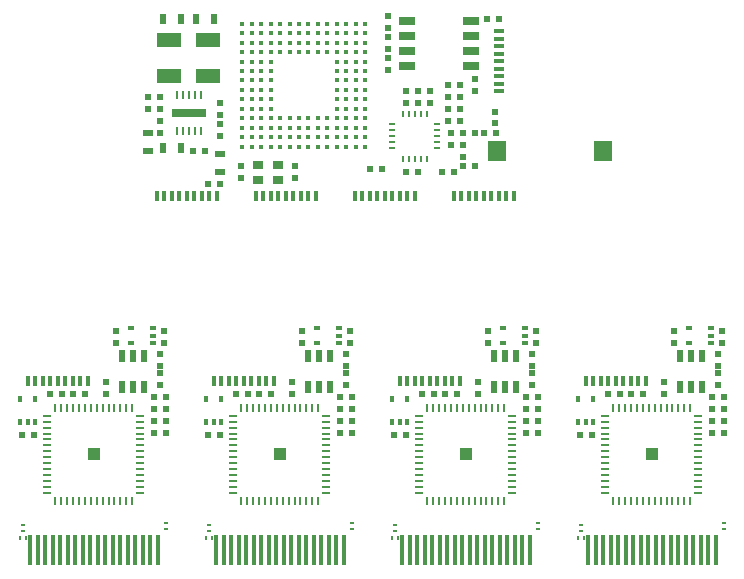
<source format=gtp>
G04 (created by PCBNEW-RS274X (2010-03-14)-final) date Sat 22 Oct 2011 03:19:19 PM EDT*
G01*
G70*
G90*
%MOIN*%
G04 Gerber Fmt 3.4, Leading zero omitted, Abs format*
%FSLAX34Y34*%
G04 APERTURE LIST*
%ADD10C,0.001000*%
%ADD11R,0.010600X0.015700*%
%ADD12R,0.015700X0.010600*%
%ADD13R,0.019700X0.023600*%
%ADD14R,0.023600X0.019700*%
%ADD15R,0.023600X0.035400*%
%ADD16R,0.035400X0.023600*%
%ADD17R,0.082700X0.049200*%
%ADD18R,0.035400X0.031500*%
%ADD19R,0.059100X0.070900*%
%ADD20C,0.016000*%
%ADD21R,0.013000X0.100000*%
%ADD22R,0.013000X0.032000*%
%ADD23R,0.032000X0.013000*%
%ADD24R,0.010200X0.031500*%
%ADD25R,0.118100X0.029500*%
%ADD26R,0.023600X0.009800*%
%ADD27R,0.009800X0.023600*%
%ADD28R,0.025600X0.009800*%
%ADD29R,0.009800X0.025600*%
%ADD30R,0.039400X0.039400*%
%ADD31R,0.015700X0.023600*%
%ADD32R,0.023600X0.015700*%
%ADD33R,0.055100X0.027600*%
%ADD34R,0.023600X0.042000*%
G04 APERTURE END LIST*
G54D10*
G54D11*
X17552Y-01500D03*
X17748Y-01500D03*
G54D12*
X17650Y-01248D03*
X17650Y-01052D03*
X22400Y-01002D03*
X22400Y-01198D03*
G54D11*
X29952Y-01500D03*
X30148Y-01500D03*
G54D12*
X30050Y-01248D03*
X30050Y-01052D03*
X34800Y-01002D03*
X34800Y-01198D03*
G54D11*
X36152Y-01500D03*
X36348Y-01500D03*
G54D12*
X36250Y-01248D03*
X36250Y-01052D03*
X41000Y-01002D03*
X41000Y-01198D03*
G54D11*
X23752Y-01500D03*
X23948Y-01500D03*
G54D12*
X23850Y-01248D03*
X23850Y-01052D03*
X28600Y-01002D03*
X28600Y-01198D03*
G54D13*
X18553Y03300D03*
X18947Y03300D03*
G54D14*
X22350Y05397D03*
X22350Y05003D03*
G54D13*
X17997Y01950D03*
X17603Y01950D03*
G54D14*
X22200Y04647D03*
X22200Y04253D03*
X22200Y03603D03*
X22200Y03997D03*
X20750Y05003D03*
X20750Y05397D03*
X20400Y03303D03*
X20400Y03697D03*
G54D13*
X19303Y03300D03*
X19697Y03300D03*
X22003Y02000D03*
X22397Y02000D03*
X22003Y02800D03*
X22397Y02800D03*
X22003Y03200D03*
X22397Y03200D03*
X22003Y02400D03*
X22397Y02400D03*
X30953Y03300D03*
X31347Y03300D03*
G54D14*
X34750Y05397D03*
X34750Y05003D03*
G54D13*
X30397Y01950D03*
X30003Y01950D03*
G54D14*
X34600Y04647D03*
X34600Y04253D03*
X34600Y03603D03*
X34600Y03997D03*
X33150Y05003D03*
X33150Y05397D03*
X32800Y03303D03*
X32800Y03697D03*
G54D13*
X31703Y03300D03*
X32097Y03300D03*
X34403Y02000D03*
X34797Y02000D03*
X34403Y02800D03*
X34797Y02800D03*
X34403Y03200D03*
X34797Y03200D03*
X34403Y02400D03*
X34797Y02400D03*
X37153Y03300D03*
X37547Y03300D03*
G54D14*
X40950Y05397D03*
X40950Y05003D03*
G54D13*
X36597Y01950D03*
X36203Y01950D03*
G54D14*
X40800Y04647D03*
X40800Y04253D03*
X40800Y03603D03*
X40800Y03997D03*
X39350Y05003D03*
X39350Y05397D03*
X39000Y03303D03*
X39000Y03697D03*
G54D13*
X37903Y03300D03*
X38297Y03300D03*
X40603Y02000D03*
X40997Y02000D03*
X40603Y02800D03*
X40997Y02800D03*
X40603Y03200D03*
X40997Y03200D03*
X40603Y02400D03*
X40997Y02400D03*
X24753Y03300D03*
X25147Y03300D03*
G54D14*
X28550Y05397D03*
X28550Y05003D03*
G54D13*
X24197Y01950D03*
X23803Y01950D03*
G54D14*
X28400Y04647D03*
X28400Y04253D03*
X28400Y03603D03*
X28400Y03997D03*
X26950Y05003D03*
X26950Y05397D03*
X26600Y03303D03*
X26600Y03697D03*
G54D13*
X25503Y03300D03*
X25897Y03300D03*
X28203Y02000D03*
X28597Y02000D03*
X28203Y02800D03*
X28597Y02800D03*
X28203Y03200D03*
X28597Y03200D03*
X28203Y02400D03*
X28597Y02400D03*
G54D14*
X24900Y10897D03*
X24900Y10503D03*
X26700Y10503D03*
X26700Y10897D03*
X29800Y14103D03*
X29800Y14497D03*
X24200Y12603D03*
X24200Y12997D03*
X24200Y11903D03*
X24200Y12297D03*
X22200Y13197D03*
X22200Y12803D03*
X22200Y12397D03*
X22200Y12003D03*
X21800Y12803D03*
X21800Y13197D03*
G54D13*
X23303Y11400D03*
X23697Y11400D03*
G54D14*
X30400Y13003D03*
X30400Y13397D03*
X31200Y13003D03*
X31200Y13397D03*
G54D13*
X32697Y12000D03*
X32303Y12000D03*
G54D14*
X31900Y11997D03*
X31900Y11603D03*
X32300Y11203D03*
X32300Y11597D03*
G54D13*
X32697Y10900D03*
X32303Y10900D03*
X31603Y10700D03*
X31997Y10700D03*
X33003Y12000D03*
X33397Y12000D03*
G54D14*
X33388Y12326D03*
X33388Y12720D03*
G54D13*
X32197Y13600D03*
X31803Y13600D03*
X32197Y13200D03*
X31803Y13200D03*
X32197Y12800D03*
X31803Y12800D03*
X32197Y12400D03*
X31803Y12400D03*
X29203Y10800D03*
X29597Y10800D03*
G54D14*
X30800Y13397D03*
X30800Y13003D03*
G54D13*
X30797Y10700D03*
X30403Y10700D03*
G54D14*
X29800Y15197D03*
X29800Y14803D03*
X29800Y15897D03*
X29800Y15503D03*
X32700Y13797D03*
X32700Y13403D03*
G54D15*
X22895Y15800D03*
X22305Y15800D03*
X23405Y15800D03*
X23995Y15800D03*
X22305Y11500D03*
X22895Y11500D03*
G54D16*
X21800Y11995D03*
X21800Y11405D03*
G54D17*
X22500Y13900D03*
X22500Y15100D03*
X23800Y13900D03*
X23800Y15100D03*
G54D18*
X25475Y10454D03*
X26125Y10454D03*
X26125Y10946D03*
X25475Y10946D03*
G54D19*
X33429Y11400D03*
X36972Y11400D03*
G54D20*
X29047Y11553D03*
X28732Y11553D03*
X28417Y11553D03*
X28102Y11553D03*
X27787Y11553D03*
X27472Y11553D03*
X27157Y11553D03*
X26842Y11553D03*
X26527Y11553D03*
X26212Y11553D03*
X25897Y11553D03*
X25582Y11553D03*
X25267Y11553D03*
X24953Y11553D03*
X29047Y11868D03*
X28732Y11868D03*
X28417Y11868D03*
X28102Y11868D03*
X27787Y11868D03*
X27472Y11868D03*
X27157Y11868D03*
X26842Y11868D03*
X26527Y11868D03*
X26212Y11868D03*
X25897Y11868D03*
X25582Y11868D03*
X25267Y11868D03*
X24953Y11868D03*
X29047Y12183D03*
X28732Y12183D03*
X28417Y12183D03*
X28102Y12183D03*
X27787Y12183D03*
X27472Y12183D03*
X27157Y12183D03*
X26842Y12183D03*
X26527Y12183D03*
X26212Y12183D03*
X25897Y12183D03*
X25582Y12183D03*
X25267Y12183D03*
X24953Y12183D03*
X29047Y12498D03*
X28732Y12498D03*
X28417Y12498D03*
X28102Y12498D03*
X27787Y12498D03*
X27472Y12498D03*
X27157Y12498D03*
X26842Y12498D03*
X26527Y12498D03*
X26212Y12498D03*
X25897Y12498D03*
X25582Y12498D03*
X25267Y12498D03*
X24953Y12498D03*
X29047Y12813D03*
X28732Y12813D03*
X28417Y12813D03*
X28102Y12813D03*
X25897Y12813D03*
X25582Y12813D03*
X25267Y12813D03*
X24953Y12813D03*
X29047Y13128D03*
X28732Y13128D03*
X28417Y13128D03*
X28102Y13128D03*
X25897Y13128D03*
X25582Y13128D03*
X25267Y13128D03*
X24953Y13128D03*
X29047Y13443D03*
X28732Y13443D03*
X28417Y13443D03*
X28102Y13443D03*
X25897Y13443D03*
X25582Y13443D03*
X25267Y13443D03*
X24953Y13443D03*
X29047Y13758D03*
X28732Y13758D03*
X28417Y13758D03*
X28102Y13758D03*
X25897Y13758D03*
X25582Y13758D03*
X25267Y13758D03*
X24953Y13758D03*
X29047Y14073D03*
X28732Y14073D03*
X28417Y14073D03*
X28102Y14073D03*
X25897Y14073D03*
X25582Y14073D03*
X25267Y14073D03*
X24953Y14073D03*
X29047Y14388D03*
X28732Y14388D03*
X28417Y14388D03*
X28102Y14388D03*
X25897Y14388D03*
X25582Y14388D03*
X25267Y14388D03*
X24953Y14388D03*
X29047Y14703D03*
X28732Y14703D03*
X28417Y14703D03*
X28102Y14703D03*
X27787Y14703D03*
X27472Y14703D03*
X27157Y14703D03*
X26842Y14703D03*
X26527Y14703D03*
X26212Y14703D03*
X25897Y14703D03*
X25582Y14703D03*
X25267Y14703D03*
X24953Y14703D03*
X29047Y15018D03*
X28732Y15018D03*
X28417Y15018D03*
X28102Y15018D03*
X27787Y15018D03*
X27472Y15018D03*
X27157Y15018D03*
X26842Y15018D03*
X26527Y15018D03*
X26212Y15018D03*
X25897Y15018D03*
X25582Y15018D03*
X25267Y15018D03*
X24953Y15018D03*
X29047Y15333D03*
X28732Y15333D03*
X28417Y15333D03*
X28102Y15333D03*
X27787Y15333D03*
X27472Y15333D03*
X27157Y15333D03*
X26842Y15333D03*
X26527Y15333D03*
X26212Y15333D03*
X25897Y15333D03*
X25582Y15333D03*
X25267Y15333D03*
X24953Y15333D03*
X29047Y15647D03*
X28732Y15647D03*
X28417Y15647D03*
X28102Y15647D03*
X27787Y15647D03*
X27472Y15647D03*
X27157Y15647D03*
X26842Y15647D03*
X26527Y15647D03*
X26212Y15647D03*
X25897Y15647D03*
X25582Y15647D03*
X25267Y15647D03*
X24953Y15647D03*
G54D21*
X17875Y-01900D03*
X18125Y-01900D03*
X18375Y-01900D03*
X18625Y-01900D03*
X18875Y-01900D03*
X19125Y-01900D03*
X19375Y-01900D03*
X19625Y-01900D03*
X19875Y-01900D03*
X20125Y-01900D03*
X20375Y-01900D03*
X20625Y-01900D03*
X20875Y-01900D03*
X21125Y-01900D03*
X21375Y-01900D03*
X21625Y-01900D03*
X21875Y-01900D03*
X22125Y-01900D03*
X30275Y-01900D03*
X30525Y-01900D03*
X30775Y-01900D03*
X31025Y-01900D03*
X31275Y-01900D03*
X31525Y-01900D03*
X31775Y-01900D03*
X32025Y-01900D03*
X32275Y-01900D03*
X32525Y-01900D03*
X32775Y-01900D03*
X33025Y-01900D03*
X33275Y-01900D03*
X33525Y-01900D03*
X33775Y-01900D03*
X34025Y-01900D03*
X34275Y-01900D03*
X34525Y-01900D03*
X36475Y-01900D03*
X36725Y-01900D03*
X36975Y-01900D03*
X37225Y-01900D03*
X37475Y-01900D03*
X37725Y-01900D03*
X37975Y-01900D03*
X38225Y-01900D03*
X38475Y-01900D03*
X38725Y-01900D03*
X38975Y-01900D03*
X39225Y-01900D03*
X39475Y-01900D03*
X39725Y-01900D03*
X39975Y-01900D03*
X40225Y-01900D03*
X40475Y-01900D03*
X40725Y-01900D03*
X24075Y-01900D03*
X24325Y-01900D03*
X24575Y-01900D03*
X24825Y-01900D03*
X25075Y-01900D03*
X25325Y-01900D03*
X25575Y-01900D03*
X25825Y-01900D03*
X26075Y-01900D03*
X26325Y-01900D03*
X26575Y-01900D03*
X26825Y-01900D03*
X27075Y-01900D03*
X27325Y-01900D03*
X27575Y-01900D03*
X27825Y-01900D03*
X28075Y-01900D03*
X28325Y-01900D03*
G54D22*
X19800Y03750D03*
X19550Y03750D03*
X19300Y03750D03*
X19050Y03750D03*
X18800Y03750D03*
X18550Y03750D03*
X18300Y03750D03*
X18050Y03750D03*
X17800Y03750D03*
X22100Y09900D03*
X22350Y09900D03*
X22600Y09900D03*
X22850Y09900D03*
X23100Y09900D03*
X23350Y09900D03*
X23600Y09900D03*
X23850Y09900D03*
X24100Y09900D03*
X32200Y03750D03*
X31950Y03750D03*
X31700Y03750D03*
X31450Y03750D03*
X31200Y03750D03*
X30950Y03750D03*
X30700Y03750D03*
X30450Y03750D03*
X30200Y03750D03*
X28700Y09900D03*
X28950Y09900D03*
X29200Y09900D03*
X29450Y09900D03*
X29700Y09900D03*
X29950Y09900D03*
X30200Y09900D03*
X30450Y09900D03*
X30700Y09900D03*
X38400Y03750D03*
X38150Y03750D03*
X37900Y03750D03*
X37650Y03750D03*
X37400Y03750D03*
X37150Y03750D03*
X36900Y03750D03*
X36650Y03750D03*
X36400Y03750D03*
X32000Y09900D03*
X32250Y09900D03*
X32500Y09900D03*
X32750Y09900D03*
X33000Y09900D03*
X33250Y09900D03*
X33500Y09900D03*
X33750Y09900D03*
X34000Y09900D03*
X26000Y03750D03*
X25750Y03750D03*
X25500Y03750D03*
X25250Y03750D03*
X25000Y03750D03*
X24750Y03750D03*
X24500Y03750D03*
X24250Y03750D03*
X24000Y03750D03*
X25400Y09900D03*
X25650Y09900D03*
X25900Y09900D03*
X26150Y09900D03*
X26400Y09900D03*
X26650Y09900D03*
X26900Y09900D03*
X27150Y09900D03*
X27400Y09900D03*
G54D23*
X33500Y13400D03*
X33500Y13650D03*
X33500Y13900D03*
X33500Y14150D03*
X33500Y14400D03*
X33500Y14650D03*
X33500Y14900D03*
X33500Y15150D03*
X33500Y15400D03*
G54D24*
X22776Y12075D03*
X22973Y12075D03*
X23170Y12075D03*
X23367Y12075D03*
X23564Y12075D03*
X23564Y13257D03*
X23367Y13257D03*
X23170Y13257D03*
X22973Y13257D03*
X22776Y13257D03*
G54D25*
X23170Y12666D03*
G54D26*
X29952Y11900D03*
X29952Y12097D03*
X29952Y12294D03*
X29952Y11703D03*
X29952Y11506D03*
X31448Y12294D03*
X31448Y12097D03*
X31448Y11900D03*
X31448Y11703D03*
X31448Y11506D03*
G54D27*
X30700Y12648D03*
X30897Y12648D03*
X31094Y12648D03*
X30503Y12648D03*
X30306Y12648D03*
X30700Y11152D03*
X30897Y11152D03*
X31094Y11152D03*
X30503Y11152D03*
X30306Y11152D03*
G54D28*
X21545Y00020D03*
X21545Y00217D03*
X21545Y00414D03*
X21545Y00611D03*
X21545Y00808D03*
X21545Y01005D03*
X21545Y01202D03*
X21545Y01398D03*
X21545Y01595D03*
X21545Y01792D03*
X21545Y01989D03*
X21545Y02186D03*
X21545Y02383D03*
X21545Y02580D03*
X18455Y02580D03*
X18455Y02383D03*
X18455Y02186D03*
X18455Y01989D03*
X18455Y01792D03*
X18455Y01595D03*
X18455Y01398D03*
X18455Y01202D03*
X18455Y01005D03*
X18455Y00808D03*
X18455Y00611D03*
X18455Y00414D03*
X18455Y00217D03*
X18455Y00020D03*
G54D29*
X18918Y-00245D03*
X19115Y-00245D03*
X19312Y-00245D03*
X19509Y-00245D03*
X19706Y-00245D03*
X19903Y-00245D03*
X20100Y-00245D03*
X20296Y-00245D03*
X20493Y-00245D03*
X20690Y-00245D03*
X20887Y-00245D03*
X21084Y-00245D03*
X21281Y-00245D03*
X21279Y02845D03*
X21082Y02845D03*
X20885Y02845D03*
X20689Y02845D03*
X20492Y02845D03*
X20295Y02845D03*
X20098Y02845D03*
X19901Y02845D03*
X19704Y02845D03*
X19507Y02845D03*
X19311Y02845D03*
X19114Y02845D03*
X18917Y02845D03*
X18720Y02845D03*
X18721Y-00245D03*
G54D30*
X20000Y01300D03*
G54D28*
X33945Y00020D03*
X33945Y00217D03*
X33945Y00414D03*
X33945Y00611D03*
X33945Y00808D03*
X33945Y01005D03*
X33945Y01202D03*
X33945Y01398D03*
X33945Y01595D03*
X33945Y01792D03*
X33945Y01989D03*
X33945Y02186D03*
X33945Y02383D03*
X33945Y02580D03*
X30855Y02580D03*
X30855Y02383D03*
X30855Y02186D03*
X30855Y01989D03*
X30855Y01792D03*
X30855Y01595D03*
X30855Y01398D03*
X30855Y01202D03*
X30855Y01005D03*
X30855Y00808D03*
X30855Y00611D03*
X30855Y00414D03*
X30855Y00217D03*
X30855Y00020D03*
G54D29*
X31318Y-00245D03*
X31515Y-00245D03*
X31712Y-00245D03*
X31909Y-00245D03*
X32106Y-00245D03*
X32303Y-00245D03*
X32500Y-00245D03*
X32696Y-00245D03*
X32893Y-00245D03*
X33090Y-00245D03*
X33287Y-00245D03*
X33484Y-00245D03*
X33681Y-00245D03*
X33679Y02845D03*
X33482Y02845D03*
X33285Y02845D03*
X33089Y02845D03*
X32892Y02845D03*
X32695Y02845D03*
X32498Y02845D03*
X32301Y02845D03*
X32104Y02845D03*
X31907Y02845D03*
X31711Y02845D03*
X31514Y02845D03*
X31317Y02845D03*
X31120Y02845D03*
X31121Y-00245D03*
G54D30*
X32400Y01300D03*
G54D28*
X40145Y00020D03*
X40145Y00217D03*
X40145Y00414D03*
X40145Y00611D03*
X40145Y00808D03*
X40145Y01005D03*
X40145Y01202D03*
X40145Y01398D03*
X40145Y01595D03*
X40145Y01792D03*
X40145Y01989D03*
X40145Y02186D03*
X40145Y02383D03*
X40145Y02580D03*
X37055Y02580D03*
X37055Y02383D03*
X37055Y02186D03*
X37055Y01989D03*
X37055Y01792D03*
X37055Y01595D03*
X37055Y01398D03*
X37055Y01202D03*
X37055Y01005D03*
X37055Y00808D03*
X37055Y00611D03*
X37055Y00414D03*
X37055Y00217D03*
X37055Y00020D03*
G54D29*
X37518Y-00245D03*
X37715Y-00245D03*
X37912Y-00245D03*
X38109Y-00245D03*
X38306Y-00245D03*
X38503Y-00245D03*
X38700Y-00245D03*
X38896Y-00245D03*
X39093Y-00245D03*
X39290Y-00245D03*
X39487Y-00245D03*
X39684Y-00245D03*
X39881Y-00245D03*
X39879Y02845D03*
X39682Y02845D03*
X39485Y02845D03*
X39289Y02845D03*
X39092Y02845D03*
X38895Y02845D03*
X38698Y02845D03*
X38501Y02845D03*
X38304Y02845D03*
X38107Y02845D03*
X37911Y02845D03*
X37714Y02845D03*
X37517Y02845D03*
X37320Y02845D03*
X37321Y-00245D03*
G54D30*
X38600Y01300D03*
G54D28*
X27745Y00020D03*
X27745Y00217D03*
X27745Y00414D03*
X27745Y00611D03*
X27745Y00808D03*
X27745Y01005D03*
X27745Y01202D03*
X27745Y01398D03*
X27745Y01595D03*
X27745Y01792D03*
X27745Y01989D03*
X27745Y02186D03*
X27745Y02383D03*
X27745Y02580D03*
X24655Y02580D03*
X24655Y02383D03*
X24655Y02186D03*
X24655Y01989D03*
X24655Y01792D03*
X24655Y01595D03*
X24655Y01398D03*
X24655Y01202D03*
X24655Y01005D03*
X24655Y00808D03*
X24655Y00611D03*
X24655Y00414D03*
X24655Y00217D03*
X24655Y00020D03*
G54D29*
X25118Y-00245D03*
X25315Y-00245D03*
X25512Y-00245D03*
X25709Y-00245D03*
X25906Y-00245D03*
X26103Y-00245D03*
X26300Y-00245D03*
X26496Y-00245D03*
X26693Y-00245D03*
X26890Y-00245D03*
X27087Y-00245D03*
X27284Y-00245D03*
X27481Y-00245D03*
X27479Y02845D03*
X27282Y02845D03*
X27085Y02845D03*
X26889Y02845D03*
X26692Y02845D03*
X26495Y02845D03*
X26298Y02845D03*
X26101Y02845D03*
X25904Y02845D03*
X25707Y02845D03*
X25511Y02845D03*
X25314Y02845D03*
X25117Y02845D03*
X24920Y02845D03*
X24921Y-00245D03*
G54D30*
X26200Y01300D03*
G54D31*
X17544Y02376D03*
X17800Y02376D03*
X18056Y02376D03*
X18056Y03124D03*
X17544Y03124D03*
G54D32*
X21974Y04994D03*
X21974Y05250D03*
X21974Y05506D03*
X21226Y05506D03*
X21226Y04994D03*
G54D31*
X29944Y02376D03*
X30200Y02376D03*
X30456Y02376D03*
X30456Y03124D03*
X29944Y03124D03*
G54D32*
X34374Y04994D03*
X34374Y05250D03*
X34374Y05506D03*
X33626Y05506D03*
X33626Y04994D03*
G54D31*
X36144Y02376D03*
X36400Y02376D03*
X36656Y02376D03*
X36656Y03124D03*
X36144Y03124D03*
G54D32*
X40574Y04994D03*
X40574Y05250D03*
X40574Y05506D03*
X39826Y05506D03*
X39826Y04994D03*
G54D31*
X23744Y02376D03*
X24000Y02376D03*
X24256Y02376D03*
X24256Y03124D03*
X23744Y03124D03*
G54D32*
X28174Y04994D03*
X28174Y05250D03*
X28174Y05506D03*
X27426Y05506D03*
X27426Y04994D03*
G54D33*
X30437Y15750D03*
X30437Y15250D03*
X30437Y14750D03*
X30437Y14250D03*
X32563Y14250D03*
X32563Y14750D03*
X32563Y15250D03*
X32563Y15750D03*
G54D34*
X20926Y03538D03*
X21300Y03538D03*
X21674Y03538D03*
X21674Y04562D03*
X21300Y04562D03*
X20926Y04562D03*
X33326Y03538D03*
X33700Y03538D03*
X34074Y03538D03*
X34074Y04562D03*
X33700Y04562D03*
X33326Y04562D03*
X39526Y03538D03*
X39900Y03538D03*
X40274Y03538D03*
X40274Y04562D03*
X39900Y04562D03*
X39526Y04562D03*
X27126Y03538D03*
X27500Y03538D03*
X27874Y03538D03*
X27874Y04562D03*
X27500Y04562D03*
X27126Y04562D03*
G54D13*
X33497Y15800D03*
X33103Y15800D03*
X24197Y10300D03*
X23803Y10300D03*
G54D16*
X24200Y11295D03*
X24200Y10705D03*
M02*

</source>
